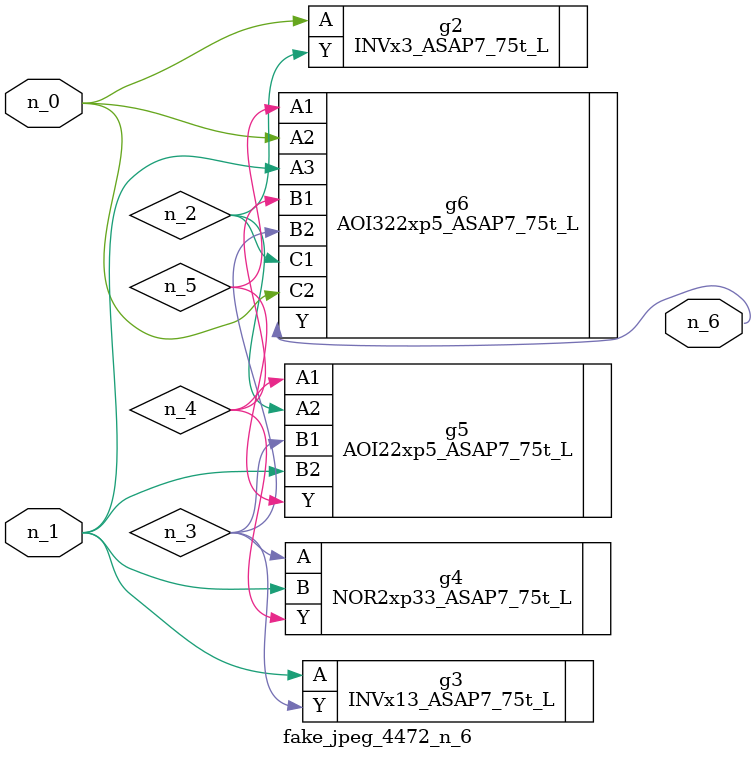
<source format=v>
module fake_jpeg_4472_n_6 (n_0, n_1, n_6);

input n_0;
input n_1;

output n_6;

wire n_2;
wire n_3;
wire n_4;
wire n_5;

INVx3_ASAP7_75t_L g2 ( 
.A(n_0),
.Y(n_2)
);

INVx13_ASAP7_75t_L g3 ( 
.A(n_1),
.Y(n_3)
);

NOR2xp33_ASAP7_75t_L g4 ( 
.A(n_3),
.B(n_1),
.Y(n_4)
);

AOI22xp5_ASAP7_75t_L g5 ( 
.A1(n_4),
.A2(n_2),
.B1(n_3),
.B2(n_1),
.Y(n_5)
);

AOI322xp5_ASAP7_75t_L g6 ( 
.A1(n_5),
.A2(n_0),
.A3(n_1),
.B1(n_4),
.B2(n_3),
.C1(n_2),
.C2(n_0),
.Y(n_6)
);


endmodule
</source>
